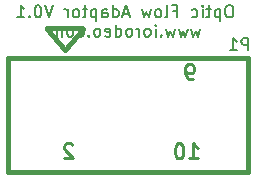
<source format=gbo>
G04 (created by PCBNEW (2013-jul-07)-stable) date Wed 24 Jun 2015 12:24:46 PM PDT*
%MOIN*%
G04 Gerber Fmt 3.4, Leading zero omitted, Abs format*
%FSLAX34Y34*%
G01*
G70*
G90*
G04 APERTURE LIST*
%ADD10C,0.00590551*%
%ADD11C,0.008*%
%ADD12C,0.015*%
%ADD13C,0.01*%
G04 APERTURE END LIST*
G54D10*
G54D11*
X28404Y-21561D02*
X28328Y-21561D01*
X28290Y-21580D01*
X28252Y-21619D01*
X28233Y-21695D01*
X28233Y-21828D01*
X28252Y-21904D01*
X28290Y-21942D01*
X28328Y-21961D01*
X28404Y-21961D01*
X28442Y-21942D01*
X28480Y-21904D01*
X28499Y-21828D01*
X28499Y-21695D01*
X28480Y-21619D01*
X28442Y-21580D01*
X28404Y-21561D01*
X28061Y-21695D02*
X28061Y-22095D01*
X28061Y-21714D02*
X28023Y-21695D01*
X27947Y-21695D01*
X27909Y-21714D01*
X27890Y-21733D01*
X27871Y-21771D01*
X27871Y-21885D01*
X27890Y-21923D01*
X27909Y-21942D01*
X27947Y-21961D01*
X28023Y-21961D01*
X28061Y-21942D01*
X27757Y-21695D02*
X27604Y-21695D01*
X27699Y-21561D02*
X27699Y-21904D01*
X27680Y-21942D01*
X27642Y-21961D01*
X27604Y-21961D01*
X27471Y-21961D02*
X27471Y-21695D01*
X27471Y-21561D02*
X27490Y-21580D01*
X27471Y-21600D01*
X27452Y-21580D01*
X27471Y-21561D01*
X27471Y-21600D01*
X27109Y-21942D02*
X27147Y-21961D01*
X27223Y-21961D01*
X27261Y-21942D01*
X27280Y-21923D01*
X27299Y-21885D01*
X27299Y-21771D01*
X27280Y-21733D01*
X27261Y-21714D01*
X27223Y-21695D01*
X27147Y-21695D01*
X27109Y-21714D01*
X26499Y-21752D02*
X26633Y-21752D01*
X26633Y-21961D02*
X26633Y-21561D01*
X26442Y-21561D01*
X26233Y-21961D02*
X26271Y-21942D01*
X26290Y-21904D01*
X26290Y-21561D01*
X26023Y-21961D02*
X26061Y-21942D01*
X26080Y-21923D01*
X26099Y-21885D01*
X26099Y-21771D01*
X26080Y-21733D01*
X26061Y-21714D01*
X26023Y-21695D01*
X25966Y-21695D01*
X25928Y-21714D01*
X25909Y-21733D01*
X25890Y-21771D01*
X25890Y-21885D01*
X25909Y-21923D01*
X25928Y-21942D01*
X25966Y-21961D01*
X26023Y-21961D01*
X25757Y-21695D02*
X25680Y-21961D01*
X25604Y-21771D01*
X25528Y-21961D01*
X25452Y-21695D01*
X25014Y-21847D02*
X24823Y-21847D01*
X25052Y-21961D02*
X24919Y-21561D01*
X24785Y-21961D01*
X24480Y-21961D02*
X24480Y-21561D01*
X24480Y-21942D02*
X24519Y-21961D01*
X24595Y-21961D01*
X24633Y-21942D01*
X24652Y-21923D01*
X24671Y-21885D01*
X24671Y-21771D01*
X24652Y-21733D01*
X24633Y-21714D01*
X24595Y-21695D01*
X24519Y-21695D01*
X24480Y-21714D01*
X24119Y-21961D02*
X24119Y-21752D01*
X24138Y-21714D01*
X24176Y-21695D01*
X24252Y-21695D01*
X24290Y-21714D01*
X24119Y-21942D02*
X24157Y-21961D01*
X24252Y-21961D01*
X24290Y-21942D01*
X24309Y-21904D01*
X24309Y-21866D01*
X24290Y-21828D01*
X24252Y-21809D01*
X24157Y-21809D01*
X24119Y-21790D01*
X23928Y-21695D02*
X23928Y-22095D01*
X23928Y-21714D02*
X23890Y-21695D01*
X23814Y-21695D01*
X23776Y-21714D01*
X23757Y-21733D01*
X23738Y-21771D01*
X23738Y-21885D01*
X23757Y-21923D01*
X23776Y-21942D01*
X23814Y-21961D01*
X23890Y-21961D01*
X23928Y-21942D01*
X23623Y-21695D02*
X23471Y-21695D01*
X23566Y-21561D02*
X23566Y-21904D01*
X23547Y-21942D01*
X23509Y-21961D01*
X23471Y-21961D01*
X23280Y-21961D02*
X23319Y-21942D01*
X23338Y-21923D01*
X23357Y-21885D01*
X23357Y-21771D01*
X23338Y-21733D01*
X23319Y-21714D01*
X23280Y-21695D01*
X23223Y-21695D01*
X23185Y-21714D01*
X23166Y-21733D01*
X23147Y-21771D01*
X23147Y-21885D01*
X23166Y-21923D01*
X23185Y-21942D01*
X23223Y-21961D01*
X23280Y-21961D01*
X22976Y-21961D02*
X22976Y-21695D01*
X22976Y-21771D02*
X22957Y-21733D01*
X22938Y-21714D01*
X22900Y-21695D01*
X22861Y-21695D01*
X22480Y-21561D02*
X22347Y-21961D01*
X22214Y-21561D01*
X22004Y-21561D02*
X21966Y-21561D01*
X21928Y-21580D01*
X21909Y-21600D01*
X21890Y-21638D01*
X21871Y-21714D01*
X21871Y-21809D01*
X21890Y-21885D01*
X21909Y-21923D01*
X21928Y-21942D01*
X21966Y-21961D01*
X22004Y-21961D01*
X22042Y-21942D01*
X22061Y-21923D01*
X22080Y-21885D01*
X22100Y-21809D01*
X22100Y-21714D01*
X22080Y-21638D01*
X22061Y-21600D01*
X22042Y-21580D01*
X22004Y-21561D01*
X21700Y-21923D02*
X21680Y-21942D01*
X21700Y-21961D01*
X21719Y-21942D01*
X21700Y-21923D01*
X21700Y-21961D01*
X21300Y-21961D02*
X21528Y-21961D01*
X21414Y-21961D02*
X21414Y-21561D01*
X21452Y-21619D01*
X21490Y-21657D01*
X21528Y-21676D01*
X27395Y-22335D02*
X27319Y-22601D01*
X27242Y-22411D01*
X27166Y-22601D01*
X27090Y-22335D01*
X26976Y-22335D02*
X26900Y-22601D01*
X26823Y-22411D01*
X26747Y-22601D01*
X26671Y-22335D01*
X26557Y-22335D02*
X26480Y-22601D01*
X26404Y-22411D01*
X26328Y-22601D01*
X26252Y-22335D01*
X26100Y-22563D02*
X26080Y-22582D01*
X26100Y-22601D01*
X26119Y-22582D01*
X26100Y-22563D01*
X26100Y-22601D01*
X25909Y-22601D02*
X25909Y-22335D01*
X25909Y-22201D02*
X25928Y-22220D01*
X25909Y-22240D01*
X25890Y-22220D01*
X25909Y-22201D01*
X25909Y-22240D01*
X25661Y-22601D02*
X25699Y-22582D01*
X25719Y-22563D01*
X25738Y-22525D01*
X25738Y-22411D01*
X25719Y-22373D01*
X25699Y-22354D01*
X25661Y-22335D01*
X25604Y-22335D01*
X25566Y-22354D01*
X25547Y-22373D01*
X25528Y-22411D01*
X25528Y-22525D01*
X25547Y-22563D01*
X25566Y-22582D01*
X25604Y-22601D01*
X25661Y-22601D01*
X25357Y-22601D02*
X25357Y-22335D01*
X25357Y-22411D02*
X25338Y-22373D01*
X25319Y-22354D01*
X25280Y-22335D01*
X25242Y-22335D01*
X25052Y-22601D02*
X25090Y-22582D01*
X25109Y-22563D01*
X25128Y-22525D01*
X25128Y-22411D01*
X25109Y-22373D01*
X25090Y-22354D01*
X25052Y-22335D01*
X24995Y-22335D01*
X24957Y-22354D01*
X24938Y-22373D01*
X24919Y-22411D01*
X24919Y-22525D01*
X24938Y-22563D01*
X24957Y-22582D01*
X24995Y-22601D01*
X25052Y-22601D01*
X24576Y-22601D02*
X24576Y-22201D01*
X24576Y-22582D02*
X24614Y-22601D01*
X24690Y-22601D01*
X24728Y-22582D01*
X24747Y-22563D01*
X24766Y-22525D01*
X24766Y-22411D01*
X24747Y-22373D01*
X24728Y-22354D01*
X24690Y-22335D01*
X24614Y-22335D01*
X24576Y-22354D01*
X24233Y-22582D02*
X24271Y-22601D01*
X24347Y-22601D01*
X24385Y-22582D01*
X24404Y-22544D01*
X24404Y-22392D01*
X24385Y-22354D01*
X24347Y-22335D01*
X24271Y-22335D01*
X24233Y-22354D01*
X24214Y-22392D01*
X24214Y-22430D01*
X24404Y-22468D01*
X23985Y-22601D02*
X24023Y-22582D01*
X24042Y-22563D01*
X24061Y-22525D01*
X24061Y-22411D01*
X24042Y-22373D01*
X24023Y-22354D01*
X23985Y-22335D01*
X23928Y-22335D01*
X23890Y-22354D01*
X23871Y-22373D01*
X23852Y-22411D01*
X23852Y-22525D01*
X23871Y-22563D01*
X23890Y-22582D01*
X23928Y-22601D01*
X23985Y-22601D01*
X23680Y-22563D02*
X23661Y-22582D01*
X23680Y-22601D01*
X23700Y-22582D01*
X23680Y-22563D01*
X23680Y-22601D01*
X23319Y-22582D02*
X23357Y-22601D01*
X23433Y-22601D01*
X23471Y-22582D01*
X23490Y-22563D01*
X23509Y-22525D01*
X23509Y-22411D01*
X23490Y-22373D01*
X23471Y-22354D01*
X23433Y-22335D01*
X23357Y-22335D01*
X23319Y-22354D01*
X23090Y-22601D02*
X23128Y-22582D01*
X23147Y-22563D01*
X23166Y-22525D01*
X23166Y-22411D01*
X23147Y-22373D01*
X23128Y-22354D01*
X23090Y-22335D01*
X23033Y-22335D01*
X22995Y-22354D01*
X22976Y-22373D01*
X22957Y-22411D01*
X22957Y-22525D01*
X22976Y-22563D01*
X22995Y-22582D01*
X23033Y-22601D01*
X23090Y-22601D01*
X22785Y-22601D02*
X22785Y-22335D01*
X22785Y-22373D02*
X22766Y-22354D01*
X22728Y-22335D01*
X22671Y-22335D01*
X22633Y-22354D01*
X22614Y-22392D01*
X22614Y-22601D01*
X22614Y-22392D02*
X22595Y-22354D01*
X22557Y-22335D01*
X22500Y-22335D01*
X22461Y-22354D01*
X22442Y-22392D01*
X22442Y-22601D01*
G54D12*
X21000Y-27100D02*
X29000Y-27100D01*
X29000Y-27100D02*
X29000Y-23300D01*
X29000Y-23300D02*
X21000Y-23300D01*
X21000Y-23300D02*
X21000Y-27100D01*
X22283Y-22326D02*
X23465Y-22326D01*
X22888Y-23039D02*
X22288Y-22339D01*
X23488Y-22340D02*
X22888Y-23040D01*
G54D11*
X28995Y-23061D02*
X28995Y-22661D01*
X28842Y-22661D01*
X28804Y-22680D01*
X28785Y-22700D01*
X28766Y-22738D01*
X28766Y-22795D01*
X28785Y-22833D01*
X28804Y-22852D01*
X28842Y-22871D01*
X28995Y-22871D01*
X28385Y-23061D02*
X28614Y-23061D01*
X28499Y-23061D02*
X28499Y-22661D01*
X28538Y-22719D01*
X28576Y-22757D01*
X28614Y-22776D01*
G54D13*
X27024Y-26662D02*
X27309Y-26662D01*
X27167Y-26662D02*
X27167Y-26162D01*
X27214Y-26233D01*
X27262Y-26281D01*
X27309Y-26305D01*
X26714Y-26162D02*
X26667Y-26162D01*
X26619Y-26186D01*
X26595Y-26210D01*
X26571Y-26257D01*
X26548Y-26352D01*
X26548Y-26471D01*
X26571Y-26567D01*
X26595Y-26614D01*
X26619Y-26638D01*
X26667Y-26662D01*
X26714Y-26662D01*
X26762Y-26638D01*
X26786Y-26614D01*
X26809Y-26567D01*
X26833Y-26471D01*
X26833Y-26352D01*
X26809Y-26257D01*
X26786Y-26210D01*
X26762Y-26186D01*
X26714Y-26162D01*
X27142Y-24024D02*
X27047Y-24024D01*
X26999Y-24000D01*
X26975Y-23976D01*
X26927Y-23905D01*
X26904Y-23810D01*
X26904Y-23619D01*
X26927Y-23572D01*
X26951Y-23548D01*
X26999Y-23524D01*
X27094Y-23524D01*
X27142Y-23548D01*
X27166Y-23572D01*
X27189Y-23619D01*
X27189Y-23738D01*
X27166Y-23786D01*
X27142Y-23810D01*
X27094Y-23833D01*
X26999Y-23833D01*
X26951Y-23810D01*
X26927Y-23786D01*
X26904Y-23738D01*
X23134Y-26210D02*
X23111Y-26186D01*
X23063Y-26162D01*
X22944Y-26162D01*
X22896Y-26186D01*
X22872Y-26210D01*
X22849Y-26257D01*
X22849Y-26305D01*
X22872Y-26376D01*
X23158Y-26662D01*
X22849Y-26662D01*
M02*

</source>
